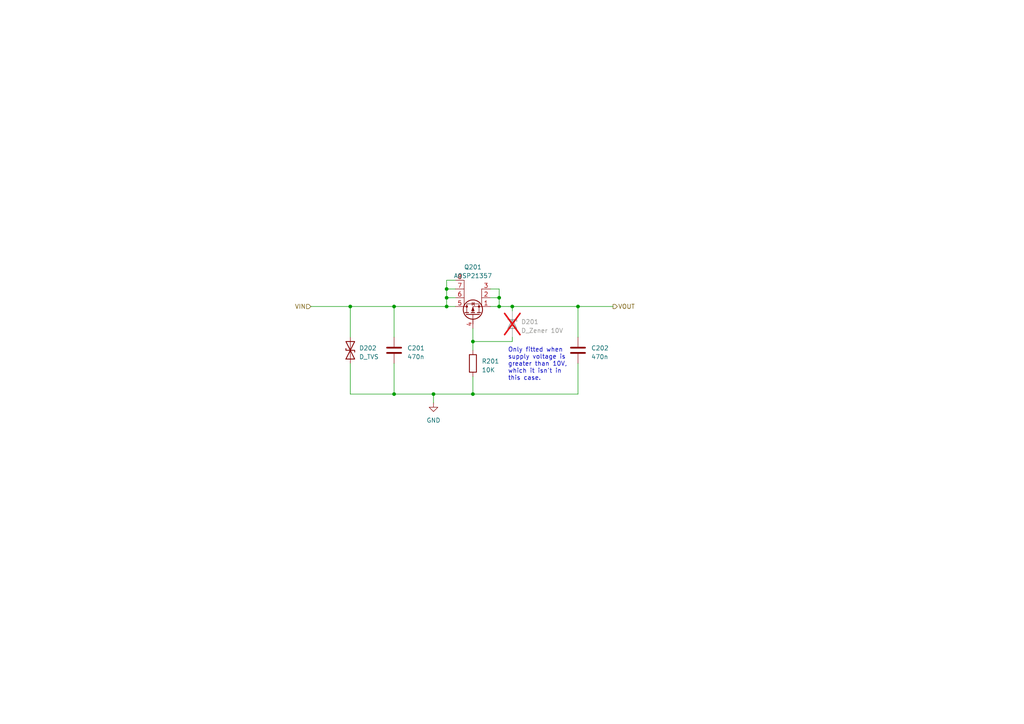
<source format=kicad_sch>
(kicad_sch (version 20230121) (generator eeschema)
  (paper "A4")
  (title_block (title "WS2812 Simple Controller") (date "2023-03-09") (company "Stefan Misik") (comment 1 "Input Protection"))
  (lib_symbols
    (symbol "Device:C" (pin_numbers hide) (pin_names (offset 0.254))
      (property "Reference" "C" (at 0.635 2.54 0))
      (property "Value" "C" (at 0.635 -2.54 0))
      (symbol "C_0_1"
        (polyline (pts (xy -2.032 -0.762) (xy 2.032 -0.762)) (stroke (width 0.508)))
        (polyline (pts (xy -2.032 0.762) (xy 2.032 0.762)) (stroke (width 0.508)))
      )
      (symbol "C_1_1"
        (pin passive line (at 0 3.81 270) (length 2.794) (name "~") (number "1"))
        (pin passive line (at 0 -3.81 90) (length 2.794) (name "~") (number "2"))
      )
    )
    (symbol "Device:D_TVS" (pin_numbers hide) (pin_names (offset 1.016) hide)
      (property "Reference" "D" (at 0 2.54 0))
      (property "Value" "D_TVS" (at 0 -2.54 0))
      (symbol "D_TVS_0_1"
        (polyline (pts (xy 1.27 0) (xy -1.27 0)))
        (polyline (pts (xy 0.508 1.27) (xy 0 1.27) (xy 0 -1.27) (xy -0.508 -1.27)) (stroke (width 0.254)))
        (polyline (pts (xy -2.54 1.27) (xy -2.54 -1.27) (xy 2.54 1.27) (xy 2.54 -1.27) (xy -2.54 1.27)) (stroke (width 0.254)))
      )
      (symbol "D_TVS_1_1"
        (pin passive line (at -3.81 0 0) (length 2.54) (name "A1") (number "1"))
        (pin passive line (at 3.81 0 180) (length 2.54) (name "A2") (number "2"))
      )
    )
    (symbol "Device:D_Zener" (pin_numbers hide) (pin_names (offset 1.016) hide)
      (property "Reference" "D" (at 0 2.54 0))
      (property "Value" "D_Zener" (at 0 -2.54 0))
      (symbol "D_Zener_0_1"
        (polyline (pts (xy 1.27 0) (xy -1.27 0)))
        (polyline (pts (xy -1.27 -1.27) (xy -1.27 1.27) (xy -0.762 1.27)) (stroke (width 0.254)))
        (polyline (pts (xy 1.27 -1.27) (xy 1.27 1.27) (xy -1.27 0) (xy 1.27 -1.27)) (stroke (width 0.254)))
      )
      (symbol "D_Zener_1_1"
        (pin passive line (at -3.81 0 0) (length 2.54) (name "K") (number "1"))
        (pin passive line (at 3.81 0 180) (length 2.54) (name "A") (number "2"))
      )
    )
    (symbol "Device:R" (pin_numbers hide) (pin_names (offset 0))
      (property "Reference" "R" (at 2.032 0 90))
      (property "Value" "R" (at 0 0 90))
      (symbol "R_0_1"
        (rectangle (start -1.016 -2.54) (end 1.016 2.54) (stroke (width 0.254)))
      )
      (symbol "R_1_1"
        (pin passive line (at 0 3.81 270) (length 1.27) (name "~") (number "1"))
        (pin passive line (at 0 -3.81 90) (length 1.27) (name "~") (number "2"))
      )
    )
    (symbol "my:Q_PMOS_SSSGDDDD" (pin_names (offset 0) hide)
      (property "Reference" "Q" (at 5.08 1.27 0))
      (property "Value" "Q_PMOS_SSSGDDDD" (at 5.08 -1.27 0))
      (symbol "Q_PMOS_SSSGDDDD_0_0"
        (pin passive line (at 5.08 -5.08 90) (length 2.54) (name "S") (number "2"))
      )
      (symbol "Q_PMOS_SSSGDDDD_0_1"
        (polyline (pts (xy 0.254 0) (xy -2.54 0)))
        (polyline (pts (xy 0.254 1.905) (xy 0.254 -1.905)) (stroke (width 0.254)))
        (polyline (pts (xy 0.762 -1.27) (xy 0.762 -2.286)) (stroke (width 0.254)))
        (polyline (pts (xy 0.762 0.508) (xy 0.762 -0.508)) (stroke (width 0.254)))
        (polyline (pts (xy 0.762 2.286) (xy 0.762 1.27)) (stroke (width 0.254)))
        (polyline (pts (xy 2.54 -2.54) (xy 7.62 -2.54)))
        (polyline (pts (xy 2.54 2.54) (xy 2.54 1.778)))
        (polyline (pts (xy 2.54 2.54) (xy 10.16 2.54)))
        (polyline (pts (xy 2.54 -2.54) (xy 2.54 0) (xy 0.762 0)))
        (polyline (pts (xy 0.762 1.778) (xy 3.302 1.778) (xy 3.302 -1.778) (xy 0.762 -1.778)))
        (polyline (pts (xy 2.286 0) (xy 1.27 0.381) (xy 1.27 -0.381) (xy 2.286 0)) (fill (type outline)))
        (polyline (pts (xy 2.794 -0.508) (xy 2.921 -0.381) (xy 3.683 -0.381) (xy 3.81 -0.254)))
        (polyline (pts (xy 3.302 -0.381) (xy 2.921 0.254) (xy 3.683 0.254) (xy 3.302 -0.381)))
        (circle (center 1.651 0) (radius 2.794) (stroke (width 0.254)))
        (circle (center 2.54 -1.778) (radius 0.254) (fill (type outline)))
        (circle (center 2.54 1.778) (radius 0.254) (fill (type outline)))
      )
      (symbol "Q_PMOS_SSSGDDDD_1_1"
        (pin passive line (at 2.54 -5.08 90) (length 2.54) (name "S") (number "1"))
        (pin passive line (at 7.62 -5.08 90) (length 2.54) (name "S") (number "3"))
        (pin input line (at -3.81 0 0) (length 2.54) (name "G") (number "4"))
        (pin passive line (at 2.54 5.08 270) (length 2.54) (name "D") (number "5"))
        (pin passive line (at 5.08 5.08 270) (length 2.54) (name "D") (number "6"))
        (pin passive line (at 7.62 5.08 270) (length 2.54) (name "D") (number "7"))
        (pin passive line (at 10.16 5.08 270) (length 2.54) (name "D") (number "8"))
      )
    )
    (symbol "power:GND" (power) (pin_names (offset 0))
      (property "Value" "GND" (at 0 -3.81 0))
      (symbol "GND_0_1"
        (polyline (pts (xy 0 0) (xy 0 -1.27) (xy 1.27 -1.27) (xy 0 -2.54) (xy -1.27 -1.27) (xy 0 -1.27)))
      )
      (symbol "GND_1_1"
        (pin power_in line (at 0 0 270) (length 0) hide (name "GND") (number "1"))
      )
    )
  )
  (junction (at 114.3 88.9))
  (junction (at 129.54 83.82))
  (junction (at 129.54 88.9))
  (junction (at 129.54 86.36))
  (junction (at 114.3 114.3))
  (junction (at 144.78 88.9))
  (junction (at 148.59 88.9))
  (junction (at 144.78 86.36))
  (junction (at 125.73 114.3))
  (junction (at 167.64 88.9))
  (junction (at 137.16 114.3))
  (junction (at 101.6 88.9))
  (junction (at 137.16 99.06))
  (wire (pts (xy 144.78 83.82) (xy 144.78 86.36)))
  (wire (pts (xy 148.59 88.9) (xy 167.64 88.9)))
  (wire (pts (xy 114.3 114.3) (xy 114.3 105.41)))
  (wire (pts (xy 129.54 86.36) (xy 129.54 83.82)))
  (wire (pts (xy 101.6 114.3) (xy 114.3 114.3)))
  (wire (pts (xy 114.3 114.3) (xy 125.73 114.3)))
  (wire (pts (xy 142.24 88.9) (xy 144.78 88.9)))
  (wire (pts (xy 114.3 88.9) (xy 114.3 97.79)))
  (wire (pts (xy 167.64 88.9) (xy 177.8 88.9)))
  (wire (pts (xy 167.64 114.3) (xy 167.64 105.41)))
  (wire (pts (xy 129.54 81.28) (xy 132.08 81.28)))
  (wire (pts (xy 129.54 88.9) (xy 129.54 86.36)))
  (wire (pts (xy 114.3 88.9) (xy 129.54 88.9)))
  (wire (pts (xy 167.64 88.9) (xy 167.64 97.79)))
  (wire (pts (xy 148.59 99.06) (xy 137.16 99.06)))
  (wire (pts (xy 101.6 88.9) (xy 101.6 97.79)))
  (wire (pts (xy 90.17 88.9) (xy 101.6 88.9)))
  (wire (pts (xy 129.54 88.9) (xy 132.08 88.9)))
  (wire (pts (xy 137.16 114.3) (xy 167.64 114.3)))
  (wire (pts (xy 129.54 83.82) (xy 129.54 81.28)))
  (wire (pts (xy 142.24 86.36) (xy 144.78 86.36)))
  (wire (pts (xy 144.78 88.9) (xy 148.59 88.9)))
  (wire (pts (xy 137.16 114.3) (xy 137.16 109.22)))
  (wire (pts (xy 144.78 86.36) (xy 144.78 88.9)))
  (wire (pts (xy 137.16 99.06) (xy 137.16 101.6)))
  (wire (pts (xy 129.54 83.82) (xy 132.08 83.82)))
  (wire (pts (xy 129.54 86.36) (xy 132.08 86.36)))
  (wire (pts (xy 137.16 95.25) (xy 137.16 99.06)))
  (wire (pts (xy 101.6 88.9) (xy 114.3 88.9)))
  (wire (pts (xy 125.73 114.3) (xy 137.16 114.3)))
  (wire (pts (xy 148.59 97.79) (xy 148.59 99.06)))
  (wire (pts (xy 148.59 88.9) (xy 148.59 90.17)))
  (wire (pts (xy 142.24 83.82) (xy 144.78 83.82)))
  (wire (pts (xy 101.6 105.41) (xy 101.6 114.3)))
  (wire (pts (xy 125.73 114.3) (xy 125.73 116.84)))
  (text "Only fitted when\nsupply voltage is\ngreater than 10V,\nwhich it isn't in\nthis case." (at 147.32 110.49 0) (effects (font (size 1.27 1.27)) (justify left bottom)))
  (hierarchical_label "VOUT" (shape output) (at 177.8 88.9 0))
  (hierarchical_label "VIN" (shape input) (at 90.17 88.9 180))
  (symbol (lib_id "Device:D_Zener") (at 148.59 93.98 270) (unit 1) (in_bom no) (dnp yes)
    (property "Reference" "D201" (at 151.13 93.345 90) (effects (justify left)))
    (property "Value" "D_Zener 10V" (at 151.13 95.885 90) (effects (justify left)))
    (property "Footprint" "Diode_SMD:D_MiniMELF_Handsoldering" (effects hide))
  )
  (symbol (lib_id "Device:C") (at 114.3 101.6 0) (unit 1)
    (property "Reference" "C201" (at 118.11 100.965 0) (effects (justify left)))
    (property "Value" "470n" (at 118.11 103.505 0) (effects (justify left)))
    (property "Footprint" "Capacitor_SMD:C_0805_2012Metric_Pad1.18x1.45mm_HandSolder" (effects hide))
  )
  (symbol (lib_id "power:GND") (at 125.73 116.84 0) (unit 1)
    (property "Reference" "#PWR0201" (effects hide))
    (property "Value" "GND" (at 125.73 121.92 0))
  )
  (symbol (lib_id "Device:C") (at 167.64 101.6 0) (unit 1)
    (property "Reference" "C202" (at 171.45 100.965 0) (effects (justify left)))
    (property "Value" "470n" (at 171.45 103.505 0) (effects (justify left)))
    (property "Footprint" "Capacitor_SMD:C_0805_2012Metric_Pad1.18x1.45mm_HandSolder" (effects hide))
  )
  (symbol (lib_id "Device:R") (at 137.16 105.41 0) (unit 1)
    (property "Reference" "R201" (at 139.7 104.775 0) (effects (justify left)))
    (property "Value" "10K" (at 139.7 107.315 0) (effects (justify left)))
    (property "Footprint" "Resistor_SMD:R_0805_2012Metric_Pad1.20x1.40mm_HandSolder" (effects hide))
  )
  (symbol (lib_id "my:Q_PMOS_SSSGDDDD") (at 137.16 91.44 90) (unit 1)
    (property "Reference" "Q201" (at 137.16 77.47 90))
    (property "Value" "AOSP21357" (at 137.16 80.01 90))
    (property "Footprint" "Package_SO:SOIC-8_3.9x4.9mm_P1.27mm" (effects hide))
  )
  (symbol (lib_id "Device:D_TVS") (at 101.6 101.6 90) (unit 1)
    (property "Reference" "D202" (at 104.14 100.965 90) (effects (justify right)))
    (property "Value" "D_TVS" (at 104.14 103.505 90) (effects (justify right)))
    (property "Footprint" "Diode_SMD:D_SMB-SMC_Universal_Handsoldering" (effects hide))
  )
)
</source>
